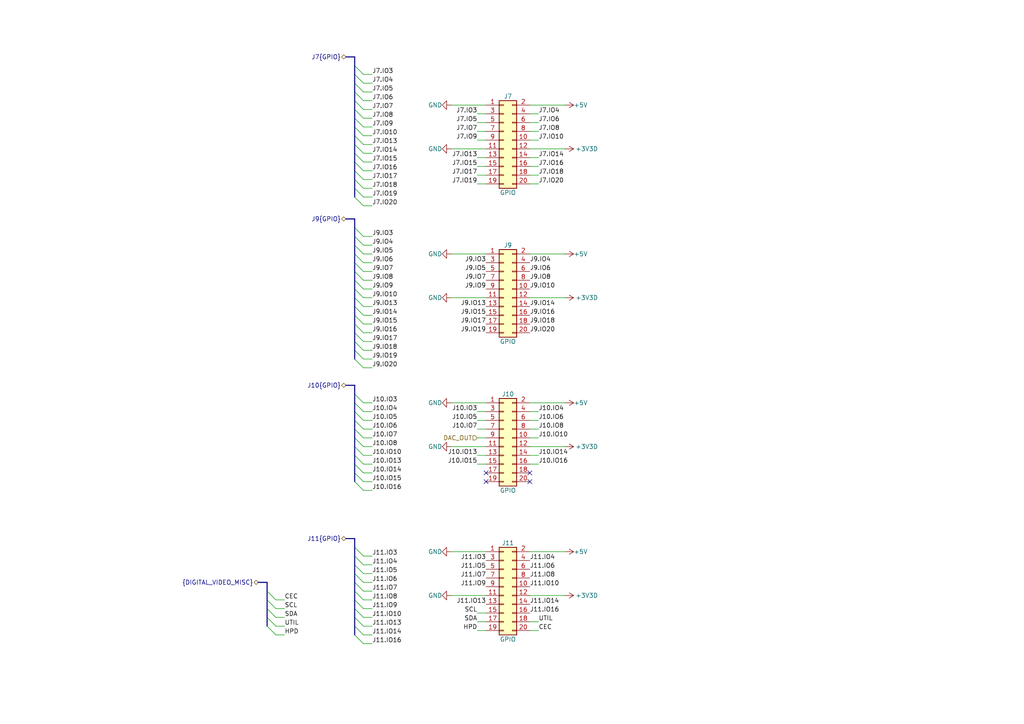
<source format=kicad_sch>
(kicad_sch (version 20231120) (generator "eeschema") (generator_version "8.0")
  (paper "A4")
  (title_block (title "GPIO Headers") (date "2024-05-13") (rev "x") (comment 2 "CERN-OHL-W-2.0") (comment 3 "xxxxxxxx") (comment 4 "Filip Piórski"))
  (lib_symbols
    (symbol "Connector_Generic:Conn_02x10_Odd_Even" (pin_names (offset 1.016) hide)
      (property "Reference" "J" (at 1.27 12.7 0))
      (property "Value" "Conn_02x10_Odd_Even" (at 1.27 -15.24 0))
      (symbol "Conn_02x10_Odd_Even_1_1"
        (rectangle (start -1.27 -12.573) (end 0 -12.827) (stroke (width 0.1524)))
        (rectangle (start -1.27 -10.033) (end 0 -10.287) (stroke (width 0.1524)))
        (rectangle (start -1.27 -7.493) (end 0 -7.747) (stroke (width 0.1524)))
        (rectangle (start -1.27 -4.953) (end 0 -5.207) (stroke (width 0.1524)))
        (rectangle (start -1.27 -2.413) (end 0 -2.667) (stroke (width 0.1524)))
        (rectangle (start -1.27 0.127) (end 0 -0.127) (stroke (width 0.1524)))
        (rectangle (start -1.27 2.667) (end 0 2.413) (stroke (width 0.1524)))
        (rectangle (start -1.27 5.207) (end 0 4.953) (stroke (width 0.1524)))
        (rectangle (start -1.27 7.747) (end 0 7.493) (stroke (width 0.1524)))
        (rectangle (start -1.27 10.287) (end 0 10.033) (stroke (width 0.1524)))
        (rectangle (start -1.27 11.43) (end 3.81 -13.97) (stroke (width 0.254)) (fill (type background)))
        (rectangle (start 3.81 -12.573) (end 2.54 -12.827) (stroke (width 0.1524)))
        (rectangle (start 3.81 -10.033) (end 2.54 -10.287) (stroke (width 0.1524)))
        (rectangle (start 3.81 -7.493) (end 2.54 -7.747) (stroke (width 0.1524)))
        (rectangle (start 3.81 -4.953) (end 2.54 -5.207) (stroke (width 0.1524)))
        (rectangle (start 3.81 -2.413) (end 2.54 -2.667) (stroke (width 0.1524)))
        (rectangle (start 3.81 0.127) (end 2.54 -0.127) (stroke (width 0.1524)))
        (rectangle (start 3.81 2.667) (end 2.54 2.413) (stroke (width 0.1524)))
        (rectangle (start 3.81 5.207) (end 2.54 4.953) (stroke (width 0.1524)))
        (rectangle (start 3.81 7.747) (end 2.54 7.493) (stroke (width 0.1524)))
        (rectangle (start 3.81 10.287) (end 2.54 10.033) (stroke (width 0.1524)))
        (pin passive line (at -5.08 10.16 0) (length 3.81) (name "Pin_1") (number "1"))
        (pin passive line (at 7.62 0 180) (length 3.81) (name "Pin_10") (number "10"))
        (pin passive line (at -5.08 -2.54 0) (length 3.81) (name "Pin_11") (number "11"))
        (pin passive line (at 7.62 -2.54 180) (length 3.81) (name "Pin_12") (number "12"))
        (pin passive line (at -5.08 -5.08 0) (length 3.81) (name "Pin_13") (number "13"))
        (pin passive line (at 7.62 -5.08 180) (length 3.81) (name "Pin_14") (number "14"))
        (pin passive line (at -5.08 -7.62 0) (length 3.81) (name "Pin_15") (number "15"))
        (pin passive line (at 7.62 -7.62 180) (length 3.81) (name "Pin_16") (number "16"))
        (pin passive line (at -5.08 -10.16 0) (length 3.81) (name "Pin_17") (number "17"))
        (pin passive line (at 7.62 -10.16 180) (length 3.81) (name "Pin_18") (number "18"))
        (pin passive line (at -5.08 -12.7 0) (length 3.81) (name "Pin_19") (number "19"))
        (pin passive line (at 7.62 10.16 180) (length 3.81) (name "Pin_2") (number "2"))
        (pin passive line (at 7.62 -12.7 180) (length 3.81) (name "Pin_20") (number "20"))
        (pin passive line (at -5.08 7.62 0) (length 3.81) (name "Pin_3") (number "3"))
        (pin passive line (at 7.62 7.62 180) (length 3.81) (name "Pin_4") (number "4"))
        (pin passive line (at -5.08 5.08 0) (length 3.81) (name "Pin_5") (number "5"))
        (pin passive line (at 7.62 5.08 180) (length 3.81) (name "Pin_6") (number "6"))
        (pin passive line (at -5.08 2.54 0) (length 3.81) (name "Pin_7") (number "7"))
        (pin passive line (at 7.62 2.54 180) (length 3.81) (name "Pin_8") (number "8"))
        (pin passive line (at -5.08 0 0) (length 3.81) (name "Pin_9") (number "9"))
      )
    )
    (symbol "power:+3V3" (power) (pin_names (offset 0))
      (property "Value" "+3V3" (at 0 3.556 0))
      (symbol "+3V3_0_1"
        (polyline (pts (xy -0.762 1.27) (xy 0 2.54)))
        (polyline (pts (xy 0 0) (xy 0 2.54)))
        (polyline (pts (xy 0 2.54) (xy 0.762 1.27)))
      )
      (symbol "+3V3_1_1"
        (pin power_in line (at 0 0 90) (length 0) hide (name "+3V3") (number "1"))
      )
    )
    (symbol "power:+5V" (power) (pin_names (offset 0))
      (property "Value" "+5V" (at 0 3.556 0))
      (symbol "+5V_0_1"
        (polyline (pts (xy -0.762 1.27) (xy 0 2.54)))
        (polyline (pts (xy 0 0) (xy 0 2.54)))
        (polyline (pts (xy 0 2.54) (xy 0.762 1.27)))
      )
      (symbol "+5V_1_1"
        (pin power_in line (at 0 0 90) (length 0) hide (name "+5V") (number "1"))
      )
    )
    (symbol "power:GND" (power) (pin_names (offset 0))
      (property "Value" "GND" (at 0 -3.81 0))
      (symbol "GND_0_1"
        (polyline (pts (xy 0 0) (xy 0 -1.27) (xy 1.27 -1.27) (xy 0 -2.54) (xy -1.27 -1.27) (xy 0 -1.27)))
      )
      (symbol "GND_1_1"
        (pin power_in line (at 0 0 270) (length 0) hide (name "GND") (number "1"))
      )
    )
  )
  (no_connect (at 153.67 137.16))
  (no_connect (at 140.97 139.7))
  (no_connect (at 153.67 139.7))
  (no_connect (at 140.97 137.16))
  (bus_entry (at 102.87 184.15) (size 2.54 2.54))
  (bus_entry (at 102.87 127) (size 2.54 2.54))
  (bus_entry (at 102.87 119.38) (size 2.54 2.54))
  (bus_entry (at 102.87 73.66) (size 2.54 2.54))
  (bus_entry (at 102.87 78.74) (size 2.54 2.54))
  (bus_entry (at 102.87 161.29) (size 2.54 2.54))
  (bus_entry (at 102.87 83.82) (size 2.54 2.54))
  (bus_entry (at 77.47 173.99) (size 2.54 2.54))
  (bus_entry (at 102.87 116.84) (size 2.54 2.54))
  (bus_entry (at 102.87 54.61) (size 2.54 2.54))
  (bus_entry (at 102.87 68.58) (size 2.54 2.54))
  (bus_entry (at 102.87 36.83) (size 2.54 2.54))
  (bus_entry (at 102.87 44.45) (size 2.54 2.54))
  (bus_entry (at 102.87 26.67) (size 2.54 2.54))
  (bus_entry (at 102.87 134.62) (size 2.54 2.54))
  (bus_entry (at 102.87 104.14) (size 2.54 2.54))
  (bus_entry (at 102.87 173.99) (size 2.54 2.54))
  (bus_entry (at 77.47 176.53) (size 2.54 2.54))
  (bus_entry (at 102.87 114.3) (size 2.54 2.54))
  (bus_entry (at 102.87 158.75) (size 2.54 2.54))
  (bus_entry (at 102.87 121.92) (size 2.54 2.54))
  (bus_entry (at 102.87 163.83) (size 2.54 2.54))
  (bus_entry (at 102.87 137.16) (size 2.54 2.54))
  (bus_entry (at 102.87 91.44) (size 2.54 2.54))
  (bus_entry (at 102.87 39.37) (size 2.54 2.54))
  (bus_entry (at 102.87 52.07) (size 2.54 2.54))
  (bus_entry (at 77.47 181.61) (size 2.54 2.54))
  (bus_entry (at 102.87 49.53) (size 2.54 2.54))
  (bus_entry (at 102.87 96.52) (size 2.54 2.54))
  (bus_entry (at 102.87 41.91) (size 2.54 2.54))
  (bus_entry (at 102.87 24.13) (size 2.54 2.54))
  (bus_entry (at 102.87 132.08) (size 2.54 2.54))
  (bus_entry (at 102.87 88.9) (size 2.54 2.54))
  (bus_entry (at 102.87 19.05) (size 2.54 2.54))
  (bus_entry (at 102.87 86.36) (size 2.54 2.54))
  (bus_entry (at 102.87 46.99) (size 2.54 2.54))
  (bus_entry (at 102.87 168.91) (size 2.54 2.54))
  (bus_entry (at 102.87 99.06) (size 2.54 2.54))
  (bus_entry (at 102.87 81.28) (size 2.54 2.54))
  (bus_entry (at 102.87 179.07) (size 2.54 2.54))
  (bus_entry (at 77.47 171.45) (size 2.54 2.54))
  (bus_entry (at 102.87 139.7) (size 2.54 2.54))
  (bus_entry (at 102.87 181.61) (size 2.54 2.54))
  (bus_entry (at 102.87 101.6) (size 2.54 2.54))
  (bus_entry (at 102.87 31.75) (size 2.54 2.54))
  (bus_entry (at 102.87 29.21) (size 2.54 2.54))
  (bus_entry (at 102.87 171.45) (size 2.54 2.54))
  (bus_entry (at 102.87 71.12) (size 2.54 2.54))
  (bus_entry (at 102.87 76.2) (size 2.54 2.54))
  (bus_entry (at 102.87 34.29) (size 2.54 2.54))
  (bus_entry (at 102.87 57.15) (size 2.54 2.54))
  (bus_entry (at 102.87 21.59) (size 2.54 2.54))
  (bus_entry (at 102.87 124.46) (size 2.54 2.54))
  (bus_entry (at 102.87 166.37) (size 2.54 2.54))
  (bus_entry (at 102.87 129.54) (size 2.54 2.54))
  (bus_entry (at 102.87 93.98) (size 2.54 2.54))
  (bus_entry (at 102.87 176.53) (size 2.54 2.54))
  (bus_entry (at 102.87 66.04) (size 2.54 2.54))
  (bus_entry (at 77.47 179.07) (size 2.54 2.54))
  (wire (pts (xy 138.43 35.56) (xy 140.97 35.56)))
  (wire (pts (xy 156.21 182.88) (xy 153.67 182.88)))
  (wire (pts (xy 138.43 180.34) (xy 140.97 180.34)))
  (wire (pts (xy 138.43 121.92) (xy 140.97 121.92)))
  (wire (pts (xy 130.81 86.36) (xy 140.97 86.36)))
  (bus (pts (xy 102.87 156.21) (xy 102.87 158.75)))
  (wire (pts (xy 105.41 124.46) (xy 107.95 124.46)))
  (bus (pts (xy 102.87 44.45) (xy 102.87 46.99)))
  (wire (pts (xy 105.41 101.6) (xy 107.95 101.6)))
  (wire (pts (xy 156.21 50.8) (xy 153.67 50.8)))
  (wire (pts (xy 138.43 53.34) (xy 140.97 53.34)))
  (bus (pts (xy 102.87 101.6) (xy 102.87 104.14)))
  (wire (pts (xy 163.83 73.66) (xy 153.67 73.66)))
  (wire (pts (xy 138.43 124.46) (xy 140.97 124.46)))
  (wire (pts (xy 130.81 30.48) (xy 140.97 30.48)))
  (wire (pts (xy 105.41 127) (xy 107.95 127)))
  (wire (pts (xy 138.43 33.02) (xy 140.97 33.02)))
  (bus (pts (xy 102.87 96.52) (xy 102.87 99.06)))
  (bus (pts (xy 102.87 88.9) (xy 102.87 91.44)))
  (bus (pts (xy 102.87 83.82) (xy 102.87 86.36)))
  (wire (pts (xy 130.81 160.02) (xy 140.97 160.02)))
  (wire (pts (xy 105.41 99.06) (xy 107.95 99.06)))
  (wire (pts (xy 138.43 177.8) (xy 140.97 177.8)))
  (bus (pts (xy 102.87 171.45) (xy 102.87 173.99)))
  (bus (pts (xy 102.87 49.53) (xy 102.87 52.07)))
  (wire (pts (xy 105.41 161.29) (xy 107.95 161.29)))
  (wire (pts (xy 80.01 181.61) (xy 82.55 181.61)))
  (bus (pts (xy 102.87 99.06) (xy 102.87 101.6)))
  (bus (pts (xy 102.87 16.51) (xy 102.87 19.05)))
  (bus (pts (xy 102.87 137.16) (xy 102.87 139.7)))
  (wire (pts (xy 105.41 184.15) (xy 107.95 184.15)))
  (wire (pts (xy 105.41 73.66) (xy 107.95 73.66)))
  (wire (pts (xy 156.21 124.46) (xy 153.67 124.46)))
  (bus (pts (xy 102.87 114.3) (xy 102.87 116.84)))
  (bus (pts (xy 102.87 78.74) (xy 102.87 81.28)))
  (wire (pts (xy 105.41 34.29) (xy 107.95 34.29)))
  (wire (pts (xy 156.21 48.26) (xy 153.67 48.26)))
  (wire (pts (xy 105.41 121.92) (xy 107.95 121.92)))
  (wire (pts (xy 105.41 59.69) (xy 107.95 59.69)))
  (wire (pts (xy 105.41 36.83) (xy 107.95 36.83)))
  (bus (pts (xy 102.87 161.29) (xy 102.87 163.83)))
  (bus (pts (xy 102.87 124.46) (xy 102.87 127)))
  (wire (pts (xy 105.41 71.12) (xy 107.95 71.12)))
  (bus (pts (xy 102.87 158.75) (xy 102.87 161.29)))
  (wire (pts (xy 156.21 40.64) (xy 153.67 40.64)))
  (wire (pts (xy 105.41 41.91) (xy 107.95 41.91)))
  (wire (pts (xy 80.01 176.53) (xy 82.55 176.53)))
  (bus (pts (xy 77.47 173.99) (xy 77.47 176.53)))
  (wire (pts (xy 138.43 127) (xy 140.97 127)))
  (bus (pts (xy 102.87 119.38) (xy 102.87 121.92)))
  (wire (pts (xy 130.81 129.54) (xy 140.97 129.54)))
  (wire (pts (xy 156.21 119.38) (xy 153.67 119.38)))
  (wire (pts (xy 105.41 163.83) (xy 107.95 163.83)))
  (wire (pts (xy 105.41 116.84) (xy 107.95 116.84)))
  (wire (pts (xy 105.41 132.08) (xy 107.95 132.08)))
  (bus (pts (xy 102.87 129.54) (xy 102.87 132.08)))
  (wire (pts (xy 138.43 119.38) (xy 140.97 119.38)))
  (bus (pts (xy 102.87 31.75) (xy 102.87 34.29)))
  (bus (pts (xy 102.87 91.44) (xy 102.87 93.98)))
  (wire (pts (xy 156.21 134.62) (xy 153.67 134.62)))
  (wire (pts (xy 163.83 172.72) (xy 153.67 172.72)))
  (bus (pts (xy 102.87 76.2) (xy 102.87 78.74)))
  (wire (pts (xy 105.41 168.91) (xy 107.95 168.91)))
  (wire (pts (xy 105.41 29.21) (xy 107.95 29.21)))
  (bus (pts (xy 77.47 168.91) (xy 77.47 171.45)))
  (wire (pts (xy 105.41 46.99) (xy 107.95 46.99)))
  (wire (pts (xy 156.21 127) (xy 153.67 127)))
  (wire (pts (xy 138.43 134.62) (xy 140.97 134.62)))
  (wire (pts (xy 130.81 116.84) (xy 140.97 116.84)))
  (wire (pts (xy 105.41 57.15) (xy 107.95 57.15)))
  (bus (pts (xy 102.87 166.37) (xy 102.87 168.91)))
  (bus (pts (xy 102.87 179.07) (xy 102.87 181.61)))
  (wire (pts (xy 138.43 40.64) (xy 140.97 40.64)))
  (wire (pts (xy 80.01 184.15) (xy 82.55 184.15)))
  (wire (pts (xy 105.41 96.52) (xy 107.95 96.52)))
  (wire (pts (xy 163.83 30.48) (xy 153.67 30.48)))
  (bus (pts (xy 102.87 93.98) (xy 102.87 96.52)))
  (wire (pts (xy 105.41 24.13) (xy 107.95 24.13)))
  (wire (pts (xy 163.83 43.18) (xy 153.67 43.18)))
  (wire (pts (xy 105.41 91.44) (xy 107.95 91.44)))
  (wire (pts (xy 163.83 116.84) (xy 153.67 116.84)))
  (bus (pts (xy 102.87 52.07) (xy 102.87 54.61)))
  (wire (pts (xy 105.41 39.37) (xy 107.95 39.37)))
  (bus (pts (xy 102.87 176.53) (xy 102.87 179.07)))
  (bus (pts (xy 102.87 68.58) (xy 102.87 71.12)))
  (bus (pts (xy 102.87 24.13) (xy 102.87 26.67)))
  (wire (pts (xy 105.41 176.53) (xy 107.95 176.53)))
  (wire (pts (xy 105.41 173.99) (xy 107.95 173.99)))
  (bus (pts (xy 100.33 111.76) (xy 102.87 111.76)))
  (wire (pts (xy 105.41 49.53) (xy 107.95 49.53)))
  (wire (pts (xy 105.41 129.54) (xy 107.95 129.54)))
  (wire (pts (xy 156.21 38.1) (xy 153.67 38.1)))
  (wire (pts (xy 156.21 121.92) (xy 153.67 121.92)))
  (wire (pts (xy 138.43 48.26) (xy 140.97 48.26)))
  (bus (pts (xy 102.87 73.66) (xy 102.87 76.2)))
  (bus (pts (xy 102.87 36.83) (xy 102.87 39.37)))
  (bus (pts (xy 102.87 134.62) (xy 102.87 137.16)))
  (wire (pts (xy 156.21 53.34) (xy 153.67 53.34)))
  (bus (pts (xy 102.87 63.5) (xy 102.87 66.04)))
  (bus (pts (xy 100.33 63.5) (xy 102.87 63.5)))
  (wire (pts (xy 105.41 179.07) (xy 107.95 179.07)))
  (bus (pts (xy 102.87 54.61) (xy 102.87 57.15)))
  (wire (pts (xy 105.41 78.74) (xy 107.95 78.74)))
  (bus (pts (xy 102.87 181.61) (xy 102.87 184.15)))
  (wire (pts (xy 138.43 50.8) (xy 140.97 50.8)))
  (bus (pts (xy 102.87 71.12) (xy 102.87 73.66)))
  (wire (pts (xy 105.41 134.62) (xy 107.95 134.62)))
  (bus (pts (xy 102.87 132.08) (xy 102.87 134.62)))
  (wire (pts (xy 105.41 76.2) (xy 107.95 76.2)))
  (wire (pts (xy 105.41 54.61) (xy 107.95 54.61)))
  (wire (pts (xy 163.83 86.36) (xy 153.67 86.36)))
  (bus (pts (xy 102.87 41.91) (xy 102.87 44.45)))
  (bus (pts (xy 102.87 173.99) (xy 102.87 176.53)))
  (wire (pts (xy 105.41 21.59) (xy 107.95 21.59)))
  (bus (pts (xy 100.33 16.51) (xy 102.87 16.51)))
  (wire (pts (xy 163.83 160.02) (xy 153.67 160.02)))
  (bus (pts (xy 102.87 46.99) (xy 102.87 49.53)))
  (wire (pts (xy 138.43 132.08) (xy 140.97 132.08)))
  (wire (pts (xy 130.81 73.66) (xy 140.97 73.66)))
  (wire (pts (xy 105.41 31.75) (xy 107.95 31.75)))
  (wire (pts (xy 105.41 52.07) (xy 107.95 52.07)))
  (wire (pts (xy 80.01 179.07) (xy 82.55 179.07)))
  (wire (pts (xy 105.41 83.82) (xy 107.95 83.82)))
  (wire (pts (xy 156.21 180.34) (xy 153.67 180.34)))
  (wire (pts (xy 105.41 181.61) (xy 107.95 181.61)))
  (bus (pts (xy 74.93 168.91) (xy 77.47 168.91)))
  (bus (pts (xy 102.87 116.84) (xy 102.87 119.38)))
  (wire (pts (xy 105.41 93.98) (xy 107.95 93.98)))
  (wire (pts (xy 130.81 172.72) (xy 140.97 172.72)))
  (bus (pts (xy 102.87 163.83) (xy 102.87 166.37)))
  (wire (pts (xy 156.21 132.08) (xy 153.67 132.08)))
  (wire (pts (xy 105.41 139.7) (xy 107.95 139.7)))
  (wire (pts (xy 130.81 43.18) (xy 140.97 43.18)))
  (wire (pts (xy 105.41 166.37) (xy 107.95 166.37)))
  (bus (pts (xy 77.47 179.07) (xy 77.47 181.61)))
  (bus (pts (xy 102.87 39.37) (xy 102.87 41.91)))
  (bus (pts (xy 100.33 156.21) (xy 102.87 156.21)))
  (bus (pts (xy 102.87 34.29) (xy 102.87 36.83)))
  (wire (pts (xy 105.41 68.58) (xy 107.95 68.58)))
  (wire (pts (xy 105.41 81.28) (xy 107.95 81.28)))
  (wire (pts (xy 138.43 182.88) (xy 140.97 182.88)))
  (bus (pts (xy 102.87 21.59) (xy 102.87 24.13)))
  (bus (pts (xy 102.87 66.04) (xy 102.87 68.58)))
  (bus (pts (xy 77.47 176.53) (xy 77.47 179.07)))
  (wire (pts (xy 156.21 45.72) (xy 153.67 45.72)))
  (wire (pts (xy 105.41 44.45) (xy 107.95 44.45)))
  (wire (pts (xy 105.41 86.36) (xy 107.95 86.36)))
  (wire (pts (xy 105.41 137.16) (xy 107.95 137.16)))
  (bus (pts (xy 102.87 127) (xy 102.87 129.54)))
  (bus (pts (xy 102.87 121.92) (xy 102.87 124.46)))
  (bus (pts (xy 102.87 86.36) (xy 102.87 88.9)))
  (wire (pts (xy 156.21 33.02) (xy 153.67 33.02)))
  (wire (pts (xy 105.41 104.14) (xy 107.95 104.14)))
  (bus (pts (xy 102.87 168.91) (xy 102.87 171.45)))
  (bus (pts (xy 102.87 19.05) (xy 102.87 21.59)))
  (bus (pts (xy 77.47 171.45) (xy 77.47 173.99)))
  (wire (pts (xy 138.43 45.72) (xy 140.97 45.72)))
  (wire (pts (xy 80.01 173.99) (xy 82.55 173.99)))
  (wire (pts (xy 105.41 26.67) (xy 107.95 26.67)))
  (bus (pts (xy 102.87 29.21) (xy 102.87 31.75)))
  (bus (pts (xy 102.87 81.28) (xy 102.87 83.82)))
  (wire (pts (xy 105.41 171.45) (xy 107.95 171.45)))
  (wire (pts (xy 105.41 142.24) (xy 107.95 142.24)))
  (wire (pts (xy 105.41 186.69) (xy 107.95 186.69)))
  (wire (pts (xy 105.41 88.9) (xy 107.95 88.9)))
  (wire (pts (xy 163.83 129.54) (xy 153.67 129.54)))
  (wire (pts (xy 156.21 35.56) (xy 153.67 35.56)))
  (wire (pts (xy 105.41 119.38) (xy 107.95 119.38)))
  (bus (pts (xy 102.87 111.76) (xy 102.87 114.3)))
  (wire (pts (xy 105.41 106.68) (xy 107.95 106.68)))
  (bus (pts (xy 102.87 26.67) (xy 102.87 29.21)))
  (wire (pts (xy 138.43 38.1) (xy 140.97 38.1)))
  (label "J7.IO7" (at 107.95 31.75 0))
  (label "J11.IO7" (at 107.95 171.45 0))
  (label "J9.IO17" (at 140.97 93.98 180))
  (label "SDA" (at 138.43 180.34 180))
  (label "J9.IO5" (at 107.95 73.66 0))
  (label "J10.IO4" (at 107.95 119.38 0))
  (label "J11.IO14" (at 153.67 175.26 0))
  (label "J7.IO14" (at 107.95 44.45 0))
  (label "J7.IO5" (at 107.95 26.67 0))
  (label "HPD" (at 138.43 182.88 180))
  (label "J11.IO9" (at 107.95 176.53 0))
  (label "J11.IO13" (at 107.95 181.61 0))
  (label "UTIL" (at 82.55 181.61 0))
  (label "J10.IO7" (at 138.43 124.46 180))
  (label "J9.IO9" (at 107.95 83.82 0))
  (label "J11.IO7" (at 140.97 167.64 180))
  (label "HPD" (at 82.55 184.15 0))
  (label "J7.IO20" (at 156.21 53.34 0))
  (label "J7.IO15" (at 138.43 48.26 180))
  (label "J9.IO20" (at 153.67 96.52 0))
  (label "J7.IO4" (at 156.21 33.02 0))
  (label "J10.IO16" (at 107.95 142.24 0))
  (label "J9.IO14" (at 153.67 88.9 0))
  (label "J9.IO7" (at 107.95 78.74 0))
  (label "J10.IO10" (at 156.21 127 0))
  (label "J9.IO19" (at 140.97 96.52 180))
  (label "CEC" (at 82.55 173.99 0))
  (label "J11.IO8" (at 153.67 167.64 0))
  (label "J9.IO8" (at 153.67 81.28 0))
  (label "J7.IO18" (at 156.21 50.8 0))
  (label "J7.IO5" (at 138.43 35.56 180))
  (label "SDA" (at 82.55 179.07 0))
  (label "J11.IO8" (at 107.95 173.99 0))
  (label "J9.IO6" (at 107.95 76.2 0))
  (label "J11.IO14" (at 107.95 184.15 0))
  (label "J9.IO4" (at 153.67 76.2 0))
  (label "J10.IO3" (at 138.43 119.38 180))
  (label "J9.IO3" (at 140.97 76.2 180))
  (label "J7.IO10" (at 156.21 40.64 0))
  (label "J10.IO14" (at 156.21 132.08 0))
  (label "J10.IO16" (at 156.21 134.62 0))
  (label "J7.IO8" (at 107.95 34.29 0))
  (label "J9.IO20" (at 107.95 106.68 0))
  (label "J11.IO4" (at 153.67 162.56 0))
  (label "J7.IO9" (at 107.95 36.83 0))
  (label "J11.IO16" (at 153.67 177.8 0))
  (label "J11.IO10" (at 153.67 170.18 0))
  (label "UTIL" (at 156.21 180.34 0))
  (label "J9.IO18" (at 153.67 93.98 0))
  (label "J9.IO16" (at 153.67 91.44 0))
  (label "J10.IO5" (at 138.43 121.92 180))
  (label "J9.IO18" (at 107.95 101.6 0))
  (label "J9.IO10" (at 107.95 86.36 0))
  (label "J9.IO15" (at 107.95 93.98 0))
  (label "J9.IO8" (at 107.95 81.28 0))
  (label "J7.IO19" (at 138.43 53.34 180))
  (label "J10.IO4" (at 156.21 119.38 0))
  (label "J10.IO5" (at 107.95 121.92 0))
  (label "J10.IO7" (at 107.95 127 0))
  (label "J10.IO8" (at 156.21 124.46 0))
  (label "J7.IO17" (at 138.43 50.8 180))
  (label "J10.IO3" (at 107.95 116.84 0))
  (label "SCL" (at 138.43 177.8 180))
  (label "J10.IO13" (at 138.43 132.08 180))
  (label "J11.IO4" (at 107.95 163.83 0))
  (label "J9.IO10" (at 153.67 83.82 0))
  (label "J7.IO20" (at 107.95 59.69 0))
  (label "J9.IO17" (at 107.95 99.06 0))
  (label "CEC" (at 156.21 182.88 0))
  (label "J11.IO5" (at 107.95 166.37 0))
  (label "J7.IO7" (at 138.43 38.1 180))
  (label "J10.IO10" (at 107.95 132.08 0))
  (label "J9.IO7" (at 140.97 81.28 180))
  (label "J11.IO9" (at 140.97 170.18 180))
  (label "J7.IO3" (at 138.43 33.02 180))
  (label "J7.IO16" (at 156.21 48.26 0))
  (label "SCL" (at 82.55 176.53 0))
  (label "J7.IO18" (at 107.95 54.61 0))
  (label "J9.IO13" (at 107.95 88.9 0))
  (label "J10.IO6" (at 107.95 124.46 0))
  (label "J7.IO9" (at 138.43 40.64 180))
  (label "J9.IO5" (at 140.97 78.74 180))
  (label "J11.IO13" (at 140.97 175.26 180))
  (label "J7.IO19" (at 107.95 57.15 0))
  (label "J9.IO6" (at 153.67 78.74 0))
  (label "J11.IO3" (at 107.95 161.29 0))
  (label "J7.IO13" (at 138.43 45.72 180))
  (label "J11.IO16" (at 107.95 186.69 0))
  (label "J7.IO8" (at 156.21 38.1 0))
  (label "J11.IO10" (at 107.95 179.07 0))
  (label "J10.IO15" (at 138.43 134.62 180))
  (label "J7.IO16" (at 107.95 49.53 0))
  (label "J7.IO6" (at 107.95 29.21 0))
  (label "J9.IO4" (at 107.95 71.12 0))
  (label "J7.IO6" (at 156.21 35.56 0))
  (label "J10.IO14" (at 107.95 137.16 0))
  (label "J7.IO3" (at 107.95 21.59 0))
  (label "J7.IO10" (at 107.95 39.37 0))
  (label "J7.IO13" (at 107.95 41.91 0))
  (label "J9.IO19" (at 107.95 104.14 0))
  (label "J11.IO3" (at 140.97 162.56 180))
  (label "J10.IO6" (at 156.21 121.92 0))
  (label "J9.IO3" (at 107.95 68.58 0))
  (label "J10.IO13" (at 107.95 134.62 0))
  (label "J11.IO6" (at 153.67 165.1 0))
  (label "J11.IO5" (at 140.97 165.1 180))
  (label "J9.IO9" (at 140.97 83.82 180))
  (label "J10.IO8" (at 107.95 129.54 0))
  (label "J9.IO15" (at 140.97 91.44 180))
  (label "J9.IO16" (at 107.95 96.52 0))
  (label "J9.IO14" (at 107.95 91.44 0))
  (label "J9.IO13" (at 140.97 88.9 180))
  (label "J10.IO15" (at 107.95 139.7 0))
  (label "J7.IO4" (at 107.95 24.13 0))
  (label "J7.IO14" (at 156.21 45.72 0))
  (label "J7.IO17" (at 107.95 52.07 0))
  (label "J7.IO15" (at 107.95 46.99 0))
  (label "J11.IO6" (at 107.95 168.91 0))
  (hierarchical_label "DAC_OUT" (shape input) (at 138.43 127 180))
  (hierarchical_label "{DIGITAL_VIDEO_MISC}" (shape bidirectional) (at 74.93 168.91 180))
  (hierarchical_label "J10{GPIO}" (shape bidirectional) (at 100.33 111.76 180))
  (hierarchical_label "J11{GPIO}" (shape bidirectional) (at 100.33 156.21 180))
  (hierarchical_label "J9{GPIO}" (shape bidirectional) (at 100.33 63.5 180))
  (hierarchical_label "J7{GPIO}" (shape bidirectional) (at 100.33 16.51 180))
  (symbol (lib_id "power:GND") (at 130.81 86.36 270) (unit 1)
    (property "Reference" "#PWR074" (effects (hide yes)))
    (property "Value" "GND" (at 128.27 86.36 90) (effects (justify right)))
    (property "Description" "Power symbol creates a global label with name \"GND\" , ground" (effects (hide yes)))
  )
  (symbol (lib_id "power:GND") (at 130.81 160.02 270) (unit 1)
    (property "Reference" "#PWR081" (effects (hide yes)))
    (property "Value" "GND" (at 128.27 160.02 90) (effects (justify right)))
    (property "Description" "Power symbol creates a global label with name \"GND\" , ground" (effects (hide yes)))
  )
  (symbol (lib_id "Connector_Generic:Conn_02x10_Odd_Even") (at 146.05 127 0) (unit 1)
    (property "Reference" "J10" (at 147.32 114.3 0))
    (property "Value" "GPIO" (at 147.32 142.24 0))
    (property "Footprint" "Connector_PinHeader_2.54mm:PinHeader_2x10_P2.54mm_Vertical" (effects (hide yes)))
    (property "Description" "Generic connector, double row, 02x10, odd/even pin numbering scheme (row 1 odd numbers, row 2 even numbers), script generated (kicad-library-utils/schlib/autogen/connector/)" (effects (hide yes)))
    (property "LCSC" "C492427" (effects (hide yes)))
  )
  (symbol (lib_id "power:+3V3") (at 163.83 129.54 270) (unit 1)
    (property "Reference" "#PWR080" (effects (hide yes)))
    (property "Value" "+3V3D" (at 170.18 129.54 90))
    (property "Description" "Power symbol creates a global label with name \"+3V3\"" (effects (hide yes)))
  )
  (symbol (lib_id "power:+5V") (at 163.83 73.66 270) (unit 1)
    (property "Reference" "#PWR075" (effects (hide yes)))
    (property "Value" "+5V" (at 166.37 73.66 90) (effects (justify left)))
    (property "Description" "Power symbol creates a global label with name \"+5V\"" (effects (hide yes)))
  )
  (symbol (lib_id "Connector_Generic:Conn_02x10_Odd_Even") (at 146.05 40.64 0) (unit 1)
    (property "Reference" "J7" (at 147.32 27.94 0))
    (property "Value" "GPIO" (at 147.32 55.88 0))
    (property "Footprint" "Connector_PinHeader_2.54mm:PinHeader_2x10_P2.54mm_Vertical" (effects (hide yes)))
    (property "Description" "Generic connector, double row, 02x10, odd/even pin numbering scheme (row 1 odd numbers, row 2 even numbers), script generated (kicad-library-utils/schlib/autogen/connector/)" (effects (hide yes)))
    (property "LCSC" "C492427" (effects (hide yes)))
  )
  (symbol (lib_id "power:+5V") (at 163.83 160.02 270) (unit 1)
    (property "Reference" "#PWR083" (effects (hide yes)))
    (property "Value" "+5V" (at 166.37 160.02 90) (effects (justify left)))
    (property "Description" "Power symbol creates a global label with name \"+5V\"" (effects (hide yes)))
  )
  (symbol (lib_id "power:GND") (at 130.81 73.66 270) (unit 1)
    (property "Reference" "#PWR073" (effects (hide yes)))
    (property "Value" "GND" (at 128.27 73.66 90) (effects (justify right)))
    (property "Description" "Power symbol creates a global label with name \"GND\" , ground" (effects (hide yes)))
  )
  (symbol (lib_id "power:+3V3") (at 163.83 86.36 270) (unit 1)
    (property "Reference" "#PWR076" (effects (hide yes)))
    (property "Value" "+3V3D" (at 170.18 86.36 90))
    (property "Description" "Power symbol creates a global label with name \"+3V3\"" (effects (hide yes)))
  )
  (symbol (lib_id "Connector_Generic:Conn_02x10_Odd_Even") (at 146.05 83.82 0) (unit 1)
    (property "Reference" "J9" (at 147.32 71.12 0))
    (property "Value" "GPIO" (at 147.32 99.06 0))
    (property "Footprint" "Connector_PinHeader_2.54mm:PinHeader_2x10_P2.54mm_Vertical" (effects (hide yes)))
    (property "Description" "Generic connector, double row, 02x10, odd/even pin numbering scheme (row 1 odd numbers, row 2 even numbers), script generated (kicad-library-utils/schlib/autogen/connector/)" (effects (hide yes)))
    (property "LCSC" "C492427" (effects (hide yes)))
  )
  (symbol (lib_id "power:GND") (at 130.81 30.48 270) (unit 1)
    (property "Reference" "#PWR069" (effects (hide yes)))
    (property "Value" "GND" (at 128.27 30.48 90) (effects (justify right)))
    (property "Description" "Power symbol creates a global label with name \"GND\" , ground" (effects (hide yes)))
  )
  (symbol (lib_id "power:GND") (at 130.81 129.54 270) (unit 1)
    (property "Reference" "#PWR078" (effects (hide yes)))
    (property "Value" "GND" (at 128.27 129.54 90) (effects (justify right)))
    (property "Description" "Power symbol creates a global label with name \"GND\" , ground" (effects (hide yes)))
  )
  (symbol (lib_id "power:+5V") (at 163.83 30.48 270) (unit 1)
    (property "Reference" "#PWR072" (effects (hide yes)))
    (property "Value" "+5V" (at 166.37 30.48 90) (effects (justify left)))
    (property "Description" "Power symbol creates a global label with name \"+5V\"" (effects (hide yes)))
  )
  (symbol (lib_id "Connector_Generic:Conn_02x10_Odd_Even") (at 146.05 170.18 0) (unit 1)
    (property "Reference" "J11" (at 147.32 157.48 0))
    (property "Value" "GPIO" (at 147.32 185.42 0))
    (property "Footprint" "Connector_PinHeader_2.54mm:PinHeader_2x10_P2.54mm_Vertical" (effects (hide yes)))
    (property "Description" "Generic connector, double row, 02x10, odd/even pin numbering scheme (row 1 odd numbers, row 2 even numbers), script generated (kicad-library-utils/schlib/autogen/connector/)" (effects (hide yes)))
    (property "LCSC" "C492427" (effects (hide yes)))
  )
  (symbol (lib_id "power:GND") (at 130.81 116.84 270) (unit 1)
    (property "Reference" "#PWR077" (effects (hide yes)))
    (property "Value" "GND" (at 128.27 116.84 90) (effects (justify right)))
    (property "Description" "Power symbol creates a global label with name \"GND\" , ground" (effects (hide yes)))
  )
  (symbol (lib_id "power:+3V3") (at 163.83 172.72 270) (unit 1)
    (property "Reference" "#PWR084" (effects (hide yes)))
    (property "Value" "+3V3D" (at 170.18 172.72 90))
    (property "Description" "Power symbol creates a global label with name \"+3V3\"" (effects (hide yes)))
  )
  (symbol (lib_id "power:GND") (at 130.81 43.18 270) (unit 1)
    (property "Reference" "#PWR070" (effects (hide yes)))
    (property "Value" "GND" (at 128.27 43.18 90) (effects (justify right)))
    (property "Description" "Power symbol creates a global label with name \"GND\" , ground" (effects (hide yes)))
  )
  (symbol (lib_id "power:+3V3") (at 163.83 43.18 270) (unit 1)
    (property "Reference" "#PWR071" (effects (hide yes)))
    (property "Value" "+3V3D" (at 170.18 43.18 90))
    (property "Description" "Power symbol creates a global label with name \"+3V3\"" (effects (hide yes)))
  )
  (symbol (lib_id "power:+5V") (at 163.83 116.84 270) (unit 1)
    (property "Reference" "#PWR079" (effects (hide yes)))
    (property "Value" "+5V" (at 166.37 116.84 90) (effects (justify left)))
    (property "Description" "Power symbol creates a global label with name \"+5V\"" (effects (hide yes)))
  )
  (symbol (lib_id "power:GND") (at 130.81 172.72 270) (unit 1)
    (property "Reference" "#PWR082" (effects (hide yes)))
    (property "Value" "GND" (at 128.27 172.72 90) (effects (justify right)))
    (property "Description" "Power symbol creates a global label with name \"GND\" , ground" (effects (hide yes)))
  )
)
</source>
